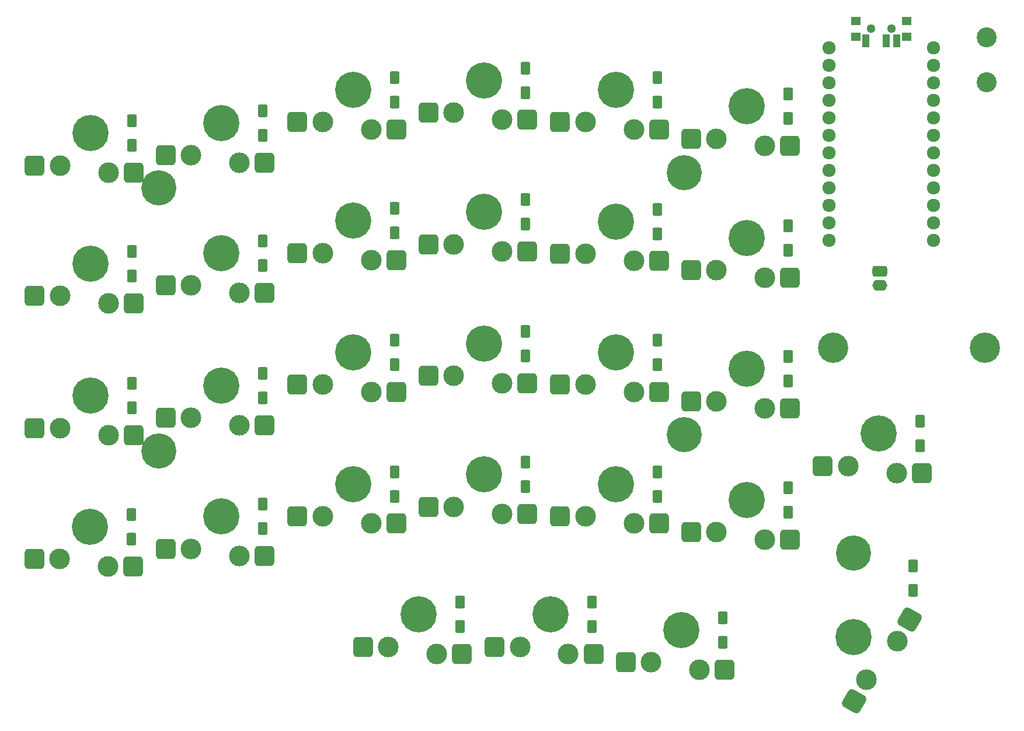
<source format=gbs>
G04 #@! TF.GenerationSoftware,KiCad,Pcbnew,7.0.10*
G04 #@! TF.CreationDate,2024-03-21T01:02:57+01:00*
G04 #@! TF.ProjectId,allium58,616c6c69-756d-4353-982e-6b696361645f,rev?*
G04 #@! TF.SameCoordinates,Original*
G04 #@! TF.FileFunction,Soldermask,Bot*
G04 #@! TF.FilePolarity,Negative*
%FSLAX46Y46*%
G04 Gerber Fmt 4.6, Leading zero omitted, Abs format (unit mm)*
G04 Created by KiCad (PCBNEW 7.0.10) date 2024-03-21 01:02:57*
%MOMM*%
%LPD*%
G01*
G04 APERTURE LIST*
G04 Aperture macros list*
%AMRoundRect*
0 Rectangle with rounded corners*
0 $1 Rounding radius*
0 $2 $3 $4 $5 $6 $7 $8 $9 X,Y pos of 4 corners*
0 Add a 4 corners polygon primitive as box body*
4,1,4,$2,$3,$4,$5,$6,$7,$8,$9,$2,$3,0*
0 Add four circle primitives for the rounded corners*
1,1,$1+$1,$2,$3*
1,1,$1+$1,$4,$5*
1,1,$1+$1,$6,$7*
1,1,$1+$1,$8,$9*
0 Add four rect primitives between the rounded corners*
20,1,$1+$1,$2,$3,$4,$5,0*
20,1,$1+$1,$4,$5,$6,$7,0*
20,1,$1+$1,$6,$7,$8,$9,0*
20,1,$1+$1,$8,$9,$2,$3,0*%
G04 Aperture macros list end*
%ADD10C,1.924000*%
%ADD11C,2.900000*%
%ADD12C,3.000000*%
%ADD13C,5.250000*%
%ADD14RoundRect,0.580000X-0.870000X-0.895000X0.870000X-0.895000X0.870000X0.895000X-0.870000X0.895000X0*%
%ADD15RoundRect,0.580000X0.340093X-1.200942X1.210093X0.305942X-0.340093X1.200942X-1.210093X-0.305942X0*%
%ADD16O,2.150000X1.600000*%
%ADD17RoundRect,0.400000X0.675000X-0.400000X0.675000X0.400000X-0.675000X0.400000X-0.675000X-0.400000X0*%
%ADD18C,5.100000*%
%ADD19RoundRect,0.200000X-0.500000X0.700000X-0.500000X-0.700000X0.500000X-0.700000X0.500000X0.700000X0*%
%ADD20C,4.400000*%
%ADD21RoundRect,0.200000X-0.500000X-0.400000X0.500000X-0.400000X0.500000X0.400000X-0.500000X0.400000X0*%
%ADD22C,1.300000*%
%ADD23RoundRect,0.200000X-0.350000X-0.750000X0.350000X-0.750000X0.350000X0.750000X-0.350000X0.750000X0*%
G04 APERTURE END LIST*
D10*
X158749500Y-41522000D03*
X158749500Y-44062000D03*
X158749500Y-46602000D03*
X158749500Y-49142000D03*
X158749500Y-51682000D03*
X158749500Y-54222000D03*
X158749500Y-56762000D03*
X158749500Y-59302000D03*
X158749500Y-61842000D03*
X158749500Y-64382000D03*
X158749500Y-66922000D03*
X158749500Y-69462000D03*
X143529500Y-69462000D03*
X143529500Y-66922000D03*
X143529500Y-64382000D03*
X143529500Y-61842000D03*
X143529500Y-59302000D03*
X143529500Y-56762000D03*
X143529500Y-54222000D03*
X143529500Y-51682000D03*
X143529500Y-49142000D03*
X143529500Y-46602000D03*
X143529500Y-44062000D03*
X143529500Y-41522000D03*
D11*
X166370000Y-46505000D03*
X166370000Y-40005000D03*
D12*
X127238100Y-54700000D03*
D13*
X131638100Y-50000000D03*
D12*
X134238100Y-55750000D03*
D14*
X123563100Y-54700000D03*
X137913100Y-55750000D03*
D12*
X108238100Y-52300000D03*
D13*
X112638100Y-47600000D03*
D12*
X115238100Y-53350000D03*
D14*
X104563100Y-52300000D03*
X118913100Y-53350000D03*
D12*
X89138100Y-50910000D03*
D13*
X93538100Y-46210000D03*
D12*
X96138100Y-51960000D03*
D14*
X85463100Y-50910000D03*
X99813100Y-51960000D03*
D12*
X70138100Y-52300000D03*
D13*
X74538100Y-47600000D03*
D12*
X77138100Y-53350000D03*
D14*
X66463100Y-52300000D03*
X80813100Y-53350000D03*
D12*
X51038100Y-57100000D03*
D13*
X55438100Y-52400000D03*
D12*
X58038100Y-58150000D03*
D14*
X47363100Y-57100000D03*
X61713100Y-58150000D03*
D12*
X32038100Y-58600000D03*
D13*
X36438100Y-53900000D03*
D12*
X39038100Y-59650000D03*
D14*
X28363100Y-58600000D03*
X42713100Y-59650000D03*
D12*
X127238100Y-73800000D03*
D13*
X131638100Y-69100000D03*
D12*
X134238100Y-74850000D03*
D14*
X123563100Y-73800000D03*
X137913100Y-74850000D03*
D12*
X108238100Y-71400000D03*
D13*
X112638100Y-66700000D03*
D12*
X115238100Y-72450000D03*
D14*
X104563100Y-71400000D03*
X118913100Y-72450000D03*
D12*
X89138100Y-70000000D03*
D13*
X93538100Y-65300000D03*
D12*
X96138100Y-71050000D03*
D14*
X85463100Y-70000000D03*
X99813100Y-71050000D03*
D12*
X70138100Y-71300000D03*
D13*
X74538100Y-66600000D03*
D12*
X77138100Y-72350000D03*
D14*
X66463100Y-71300000D03*
X80813100Y-72350000D03*
D12*
X51038100Y-76000000D03*
D13*
X55438100Y-71300000D03*
D12*
X58038100Y-77050000D03*
D14*
X47363100Y-76000000D03*
X61713100Y-77050000D03*
D12*
X32038100Y-77500000D03*
D13*
X36438100Y-72800000D03*
D12*
X39038100Y-78550000D03*
D14*
X28363100Y-77500000D03*
X42713100Y-78550000D03*
D12*
X127238100Y-92800000D03*
D13*
X131638100Y-88100000D03*
D12*
X134238100Y-93850000D03*
D14*
X123563100Y-92800000D03*
X137913100Y-93850000D03*
D12*
X108238100Y-90400000D03*
D13*
X112638100Y-85700000D03*
D12*
X115238100Y-91450000D03*
D14*
X104563100Y-90400000D03*
X118913100Y-91450000D03*
D12*
X89138100Y-89100000D03*
D13*
X93538100Y-84400000D03*
D12*
X96138100Y-90150000D03*
D14*
X85463100Y-89100000D03*
X99813100Y-90150000D03*
D12*
X70138100Y-90400000D03*
D13*
X74538100Y-85700000D03*
D12*
X77138100Y-91450000D03*
D14*
X66463100Y-90400000D03*
X80813100Y-91450000D03*
D12*
X51038100Y-95200000D03*
D13*
X55438100Y-90500000D03*
D12*
X58038100Y-96250000D03*
D14*
X47363100Y-95200000D03*
X61713100Y-96250000D03*
D12*
X32038100Y-96700000D03*
D13*
X36438100Y-92000000D03*
D12*
X39038100Y-97750000D03*
D14*
X28363100Y-96700000D03*
X42713100Y-97750000D03*
D12*
X127238100Y-111800000D03*
D13*
X131638100Y-107100000D03*
D12*
X134238100Y-112850000D03*
D14*
X123563100Y-111800000D03*
X137913100Y-112850000D03*
D12*
X108238100Y-109500000D03*
D13*
X112638100Y-104800000D03*
D12*
X115238100Y-110550000D03*
D14*
X104563100Y-109500000D03*
X118913100Y-110550000D03*
D12*
X89138100Y-108100000D03*
D13*
X93538100Y-103400000D03*
D12*
X96138100Y-109150000D03*
D14*
X85463100Y-108100000D03*
X99813100Y-109150000D03*
D12*
X70138100Y-109500000D03*
D13*
X74538100Y-104800000D03*
D12*
X77138100Y-110550000D03*
D14*
X66463100Y-109500000D03*
X80813100Y-110550000D03*
D12*
X51038100Y-114200000D03*
D13*
X55438100Y-109500000D03*
D12*
X58038100Y-115250000D03*
D14*
X47363100Y-114200000D03*
X61713100Y-115250000D03*
D12*
X31988100Y-115700000D03*
D13*
X36388100Y-111000000D03*
D12*
X38988100Y-116750000D03*
D14*
X28313100Y-115700000D03*
X42663100Y-116750000D03*
D12*
X146338100Y-102200000D03*
D13*
X150738100Y-97500000D03*
D12*
X153338100Y-103250000D03*
D14*
X142663100Y-102200000D03*
X157013100Y-103250000D03*
D12*
X149008419Y-133160512D03*
D13*
X147138100Y-127000000D03*
D12*
X153417746Y-127623334D03*
D15*
X147170919Y-136343155D03*
X155255246Y-124440691D03*
D12*
X117738100Y-130700000D03*
D13*
X122138100Y-126000000D03*
D12*
X124738100Y-131750000D03*
D14*
X114063100Y-130700000D03*
X128413100Y-131750000D03*
D12*
X98738100Y-128450000D03*
D13*
X103138100Y-123750000D03*
D12*
X105738100Y-129500000D03*
D14*
X95063100Y-128450000D03*
X109413100Y-129500000D03*
D12*
X79638100Y-128450000D03*
D13*
X84038100Y-123750000D03*
D12*
X86638100Y-129500000D03*
D14*
X75963100Y-128450000D03*
X90313100Y-129500000D03*
D16*
X150952200Y-75930000D03*
D17*
X150952200Y-73930000D03*
D18*
X122538100Y-59600000D03*
X46338100Y-61800000D03*
X122538100Y-97600000D03*
X46338100Y-100000000D03*
X147138100Y-114800000D03*
D19*
X137638100Y-48225000D03*
X137638100Y-51775000D03*
X118638100Y-45825000D03*
X118638100Y-49375000D03*
X99538100Y-44435000D03*
X99538100Y-47985000D03*
X80538100Y-45825000D03*
X80538100Y-49375000D03*
X61438100Y-50625000D03*
X61438100Y-54175000D03*
X42438100Y-52125000D03*
X42438100Y-55675000D03*
X137638100Y-67325000D03*
X137638100Y-70875000D03*
X118638100Y-64925000D03*
X118638100Y-68475000D03*
X99538100Y-63525000D03*
X99538100Y-67075000D03*
X80538100Y-64825000D03*
X80538100Y-68375000D03*
X61438100Y-69525000D03*
X61438100Y-73075000D03*
X42438100Y-71025000D03*
X42438100Y-74575000D03*
X137638100Y-86325000D03*
X137638100Y-89875000D03*
X118638100Y-83925000D03*
X118638100Y-87475000D03*
X99538100Y-82625000D03*
X99538100Y-86175000D03*
X80538100Y-83925000D03*
X80538100Y-87475000D03*
X61438100Y-88725000D03*
X61438100Y-92275000D03*
X42438100Y-90225000D03*
X42438100Y-93775000D03*
X137638100Y-105325000D03*
X137638100Y-108875000D03*
X118638100Y-103025000D03*
X118638100Y-106575000D03*
X99538100Y-101625000D03*
X99538100Y-105175000D03*
X80538100Y-103025000D03*
X80538100Y-106575000D03*
X61438100Y-107725000D03*
X61438100Y-111275000D03*
X42388100Y-109225000D03*
X42388100Y-112775000D03*
X156738100Y-95725000D03*
X156738100Y-99275000D03*
X155752800Y-116690600D03*
X155752800Y-120240600D03*
X128138100Y-124225000D03*
X128138100Y-127775000D03*
X109138100Y-121975000D03*
X109138100Y-125525000D03*
X90038100Y-121975000D03*
X90038100Y-125525000D03*
D20*
X166138100Y-85000000D03*
X144138100Y-85000000D03*
D21*
X147488100Y-37653000D03*
X147488100Y-39863000D03*
D22*
X149638100Y-38753000D03*
X152638100Y-38753000D03*
D21*
X154788100Y-37653000D03*
X154788100Y-39863000D03*
D23*
X148888100Y-40513000D03*
X151888100Y-40513000D03*
X153388100Y-40513000D03*
M02*

</source>
